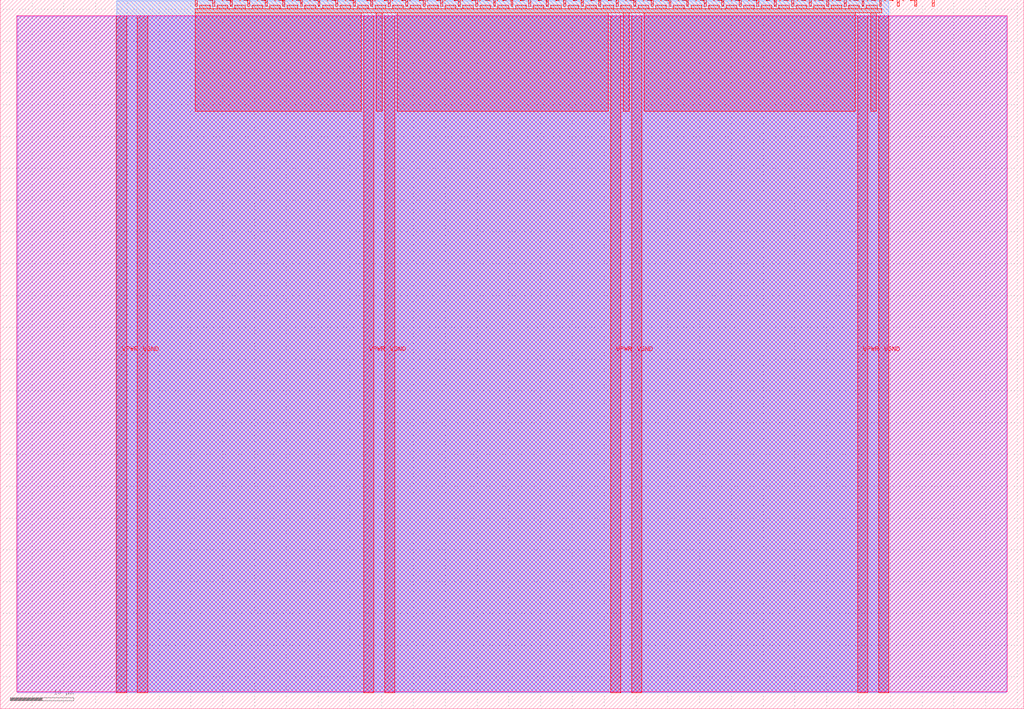
<source format=lef>
VERSION 5.7 ;
  NOWIREEXTENSIONATPIN ON ;
  DIVIDERCHAR "/" ;
  BUSBITCHARS "[]" ;
MACRO tt_um_wokwi_413919847886104577
  CLASS BLOCK ;
  FOREIGN tt_um_wokwi_413919847886104577 ;
  ORIGIN 0.000 0.000 ;
  SIZE 161.000 BY 111.520 ;
  PIN VGND
    DIRECTION INOUT ;
    USE GROUND ;
    PORT
      LAYER met4 ;
        RECT 21.580 2.480 23.180 109.040 ;
    END
    PORT
      LAYER met4 ;
        RECT 60.450 2.480 62.050 109.040 ;
    END
    PORT
      LAYER met4 ;
        RECT 99.320 2.480 100.920 109.040 ;
    END
    PORT
      LAYER met4 ;
        RECT 138.190 2.480 139.790 109.040 ;
    END
  END VGND
  PIN VPWR
    DIRECTION INOUT ;
    USE POWER ;
    PORT
      LAYER met4 ;
        RECT 18.280 2.480 19.880 109.040 ;
    END
    PORT
      LAYER met4 ;
        RECT 57.150 2.480 58.750 109.040 ;
    END
    PORT
      LAYER met4 ;
        RECT 96.020 2.480 97.620 109.040 ;
    END
    PORT
      LAYER met4 ;
        RECT 134.890 2.480 136.490 109.040 ;
    END
  END VPWR
  PIN clk
    DIRECTION INPUT ;
    USE SIGNAL ;
    PORT
      LAYER met4 ;
        RECT 143.830 110.520 144.130 111.520 ;
    END
  END clk
  PIN ena
    DIRECTION INPUT ;
    USE SIGNAL ;
    PORT
      LAYER met4 ;
        RECT 146.590 110.520 146.890 111.520 ;
    END
  END ena
  PIN rst_n
    DIRECTION INPUT ;
    USE SIGNAL ;
    PORT
      LAYER met4 ;
        RECT 141.070 110.520 141.370 111.520 ;
    END
  END rst_n
  PIN ui_in[0]
    DIRECTION INPUT ;
    USE SIGNAL ;
    ANTENNAGATEAREA 0.196500 ;
    PORT
      LAYER met4 ;
        RECT 138.310 110.520 138.610 111.520 ;
    END
  END ui_in[0]
  PIN ui_in[1]
    DIRECTION INPUT ;
    USE SIGNAL ;
    ANTENNAGATEAREA 0.196500 ;
    PORT
      LAYER met4 ;
        RECT 135.550 110.520 135.850 111.520 ;
    END
  END ui_in[1]
  PIN ui_in[2]
    DIRECTION INPUT ;
    USE SIGNAL ;
    ANTENNAGATEAREA 0.196500 ;
    PORT
      LAYER met4 ;
        RECT 132.790 110.520 133.090 111.520 ;
    END
  END ui_in[2]
  PIN ui_in[3]
    DIRECTION INPUT ;
    USE SIGNAL ;
    ANTENNAGATEAREA 0.196500 ;
    PORT
      LAYER met4 ;
        RECT 130.030 110.520 130.330 111.520 ;
    END
  END ui_in[3]
  PIN ui_in[4]
    DIRECTION INPUT ;
    USE SIGNAL ;
    ANTENNAGATEAREA 0.196500 ;
    PORT
      LAYER met4 ;
        RECT 127.270 110.520 127.570 111.520 ;
    END
  END ui_in[4]
  PIN ui_in[5]
    DIRECTION INPUT ;
    USE SIGNAL ;
    ANTENNAGATEAREA 0.196500 ;
    PORT
      LAYER met4 ;
        RECT 124.510 110.520 124.810 111.520 ;
    END
  END ui_in[5]
  PIN ui_in[6]
    DIRECTION INPUT ;
    USE SIGNAL ;
    ANTENNAGATEAREA 0.196500 ;
    PORT
      LAYER met4 ;
        RECT 121.750 110.520 122.050 111.520 ;
    END
  END ui_in[6]
  PIN ui_in[7]
    DIRECTION INPUT ;
    USE SIGNAL ;
    PORT
      LAYER met4 ;
        RECT 118.990 110.520 119.290 111.520 ;
    END
  END ui_in[7]
  PIN uio_in[0]
    DIRECTION INPUT ;
    USE SIGNAL ;
    PORT
      LAYER met4 ;
        RECT 116.230 110.520 116.530 111.520 ;
    END
  END uio_in[0]
  PIN uio_in[1]
    DIRECTION INPUT ;
    USE SIGNAL ;
    PORT
      LAYER met4 ;
        RECT 113.470 110.520 113.770 111.520 ;
    END
  END uio_in[1]
  PIN uio_in[2]
    DIRECTION INPUT ;
    USE SIGNAL ;
    PORT
      LAYER met4 ;
        RECT 110.710 110.520 111.010 111.520 ;
    END
  END uio_in[2]
  PIN uio_in[3]
    DIRECTION INPUT ;
    USE SIGNAL ;
    PORT
      LAYER met4 ;
        RECT 107.950 110.520 108.250 111.520 ;
    END
  END uio_in[3]
  PIN uio_in[4]
    DIRECTION INPUT ;
    USE SIGNAL ;
    PORT
      LAYER met4 ;
        RECT 105.190 110.520 105.490 111.520 ;
    END
  END uio_in[4]
  PIN uio_in[5]
    DIRECTION INPUT ;
    USE SIGNAL ;
    PORT
      LAYER met4 ;
        RECT 102.430 110.520 102.730 111.520 ;
    END
  END uio_in[5]
  PIN uio_in[6]
    DIRECTION INPUT ;
    USE SIGNAL ;
    PORT
      LAYER met4 ;
        RECT 99.670 110.520 99.970 111.520 ;
    END
  END uio_in[6]
  PIN uio_in[7]
    DIRECTION INPUT ;
    USE SIGNAL ;
    PORT
      LAYER met4 ;
        RECT 96.910 110.520 97.210 111.520 ;
    END
  END uio_in[7]
  PIN uio_oe[0]
    DIRECTION OUTPUT ;
    USE SIGNAL ;
    PORT
      LAYER met4 ;
        RECT 49.990 110.520 50.290 111.520 ;
    END
  END uio_oe[0]
  PIN uio_oe[1]
    DIRECTION OUTPUT ;
    USE SIGNAL ;
    PORT
      LAYER met4 ;
        RECT 47.230 110.520 47.530 111.520 ;
    END
  END uio_oe[1]
  PIN uio_oe[2]
    DIRECTION OUTPUT ;
    USE SIGNAL ;
    PORT
      LAYER met4 ;
        RECT 44.470 110.520 44.770 111.520 ;
    END
  END uio_oe[2]
  PIN uio_oe[3]
    DIRECTION OUTPUT ;
    USE SIGNAL ;
    PORT
      LAYER met4 ;
        RECT 41.710 110.520 42.010 111.520 ;
    END
  END uio_oe[3]
  PIN uio_oe[4]
    DIRECTION OUTPUT ;
    USE SIGNAL ;
    PORT
      LAYER met4 ;
        RECT 38.950 110.520 39.250 111.520 ;
    END
  END uio_oe[4]
  PIN uio_oe[5]
    DIRECTION OUTPUT ;
    USE SIGNAL ;
    PORT
      LAYER met4 ;
        RECT 36.190 110.520 36.490 111.520 ;
    END
  END uio_oe[5]
  PIN uio_oe[6]
    DIRECTION OUTPUT ;
    USE SIGNAL ;
    PORT
      LAYER met4 ;
        RECT 33.430 110.520 33.730 111.520 ;
    END
  END uio_oe[6]
  PIN uio_oe[7]
    DIRECTION OUTPUT ;
    USE SIGNAL ;
    PORT
      LAYER met4 ;
        RECT 30.670 110.520 30.970 111.520 ;
    END
  END uio_oe[7]
  PIN uio_out[0]
    DIRECTION OUTPUT ;
    USE SIGNAL ;
    PORT
      LAYER met4 ;
        RECT 72.070 110.520 72.370 111.520 ;
    END
  END uio_out[0]
  PIN uio_out[1]
    DIRECTION OUTPUT ;
    USE SIGNAL ;
    PORT
      LAYER met4 ;
        RECT 69.310 110.520 69.610 111.520 ;
    END
  END uio_out[1]
  PIN uio_out[2]
    DIRECTION OUTPUT ;
    USE SIGNAL ;
    PORT
      LAYER met4 ;
        RECT 66.550 110.520 66.850 111.520 ;
    END
  END uio_out[2]
  PIN uio_out[3]
    DIRECTION OUTPUT ;
    USE SIGNAL ;
    PORT
      LAYER met4 ;
        RECT 63.790 110.520 64.090 111.520 ;
    END
  END uio_out[3]
  PIN uio_out[4]
    DIRECTION OUTPUT ;
    USE SIGNAL ;
    PORT
      LAYER met4 ;
        RECT 61.030 110.520 61.330 111.520 ;
    END
  END uio_out[4]
  PIN uio_out[5]
    DIRECTION OUTPUT ;
    USE SIGNAL ;
    PORT
      LAYER met4 ;
        RECT 58.270 110.520 58.570 111.520 ;
    END
  END uio_out[5]
  PIN uio_out[6]
    DIRECTION OUTPUT ;
    USE SIGNAL ;
    PORT
      LAYER met4 ;
        RECT 55.510 110.520 55.810 111.520 ;
    END
  END uio_out[6]
  PIN uio_out[7]
    DIRECTION OUTPUT ;
    USE SIGNAL ;
    PORT
      LAYER met4 ;
        RECT 52.750 110.520 53.050 111.520 ;
    END
  END uio_out[7]
  PIN uo_out[0]
    DIRECTION OUTPUT ;
    USE SIGNAL ;
    ANTENNADIFFAREA 0.795200 ;
    PORT
      LAYER met4 ;
        RECT 94.150 110.520 94.450 111.520 ;
    END
  END uo_out[0]
  PIN uo_out[1]
    DIRECTION OUTPUT ;
    USE SIGNAL ;
    ANTENNADIFFAREA 0.795200 ;
    PORT
      LAYER met4 ;
        RECT 91.390 110.520 91.690 111.520 ;
    END
  END uo_out[1]
  PIN uo_out[2]
    DIRECTION OUTPUT ;
    USE SIGNAL ;
    ANTENNADIFFAREA 0.795200 ;
    PORT
      LAYER met4 ;
        RECT 88.630 110.520 88.930 111.520 ;
    END
  END uo_out[2]
  PIN uo_out[3]
    DIRECTION OUTPUT ;
    USE SIGNAL ;
    ANTENNADIFFAREA 0.795200 ;
    PORT
      LAYER met4 ;
        RECT 85.870 110.520 86.170 111.520 ;
    END
  END uo_out[3]
  PIN uo_out[4]
    DIRECTION OUTPUT ;
    USE SIGNAL ;
    PORT
      LAYER met4 ;
        RECT 83.110 110.520 83.410 111.520 ;
    END
  END uo_out[4]
  PIN uo_out[5]
    DIRECTION OUTPUT ;
    USE SIGNAL ;
    PORT
      LAYER met4 ;
        RECT 80.350 110.520 80.650 111.520 ;
    END
  END uo_out[5]
  PIN uo_out[6]
    DIRECTION OUTPUT ;
    USE SIGNAL ;
    PORT
      LAYER met4 ;
        RECT 77.590 110.520 77.890 111.520 ;
    END
  END uo_out[6]
  PIN uo_out[7]
    DIRECTION OUTPUT ;
    USE SIGNAL ;
    PORT
      LAYER met4 ;
        RECT 74.830 110.520 75.130 111.520 ;
    END
  END uo_out[7]
  OBS
      LAYER nwell ;
        RECT 2.570 2.635 158.430 108.990 ;
      LAYER li1 ;
        RECT 2.760 2.635 158.240 108.885 ;
      LAYER met1 ;
        RECT 2.760 2.480 158.240 109.040 ;
      LAYER met2 ;
        RECT 18.310 2.535 139.760 111.365 ;
      LAYER met3 ;
        RECT 18.290 2.555 139.780 111.345 ;
      LAYER met4 ;
        RECT 31.370 110.120 33.030 110.665 ;
        RECT 34.130 110.120 35.790 110.665 ;
        RECT 36.890 110.120 38.550 110.665 ;
        RECT 39.650 110.120 41.310 110.665 ;
        RECT 42.410 110.120 44.070 110.665 ;
        RECT 45.170 110.120 46.830 110.665 ;
        RECT 47.930 110.120 49.590 110.665 ;
        RECT 50.690 110.120 52.350 110.665 ;
        RECT 53.450 110.120 55.110 110.665 ;
        RECT 56.210 110.120 57.870 110.665 ;
        RECT 58.970 110.120 60.630 110.665 ;
        RECT 61.730 110.120 63.390 110.665 ;
        RECT 64.490 110.120 66.150 110.665 ;
        RECT 67.250 110.120 68.910 110.665 ;
        RECT 70.010 110.120 71.670 110.665 ;
        RECT 72.770 110.120 74.430 110.665 ;
        RECT 75.530 110.120 77.190 110.665 ;
        RECT 78.290 110.120 79.950 110.665 ;
        RECT 81.050 110.120 82.710 110.665 ;
        RECT 83.810 110.120 85.470 110.665 ;
        RECT 86.570 110.120 88.230 110.665 ;
        RECT 89.330 110.120 90.990 110.665 ;
        RECT 92.090 110.120 93.750 110.665 ;
        RECT 94.850 110.120 96.510 110.665 ;
        RECT 97.610 110.120 99.270 110.665 ;
        RECT 100.370 110.120 102.030 110.665 ;
        RECT 103.130 110.120 104.790 110.665 ;
        RECT 105.890 110.120 107.550 110.665 ;
        RECT 108.650 110.120 110.310 110.665 ;
        RECT 111.410 110.120 113.070 110.665 ;
        RECT 114.170 110.120 115.830 110.665 ;
        RECT 116.930 110.120 118.590 110.665 ;
        RECT 119.690 110.120 121.350 110.665 ;
        RECT 122.450 110.120 124.110 110.665 ;
        RECT 125.210 110.120 126.870 110.665 ;
        RECT 127.970 110.120 129.630 110.665 ;
        RECT 130.730 110.120 132.390 110.665 ;
        RECT 133.490 110.120 135.150 110.665 ;
        RECT 136.250 110.120 137.910 110.665 ;
        RECT 30.655 109.440 138.625 110.120 ;
        RECT 30.655 94.015 56.750 109.440 ;
        RECT 59.150 94.015 60.050 109.440 ;
        RECT 62.450 94.015 95.620 109.440 ;
        RECT 98.020 94.015 98.920 109.440 ;
        RECT 101.320 94.015 134.490 109.440 ;
        RECT 136.890 94.015 137.790 109.440 ;
  END
END tt_um_wokwi_413919847886104577
END LIBRARY


</source>
